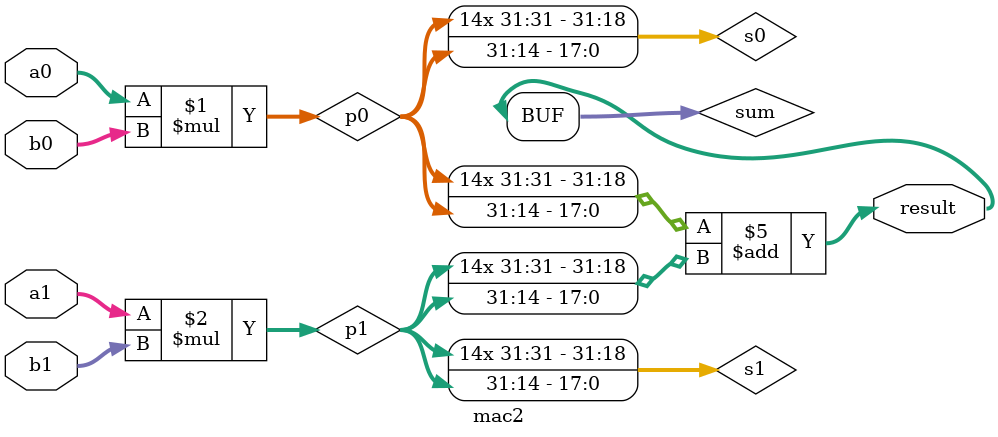
<source format=sv>
module mac2 #(
    parameter DATA_WIDTH = 16
)(
    input  logic signed [DATA_WIDTH-1:0] a0, b0,
    input  logic signed [DATA_WIDTH-1:0] a1, b1,
    output logic signed [(DATA_WIDTH*2)-1:0] result  // Q4.12
);

    localparam RESULT_WIDTH = 2*DATA_WIDTH;

    // Internal products: Q6.26
    logic signed [RESULT_WIDTH-1:0] p0, p1;
    assign p0 = a0 * b0;
    assign p1 = a1 * b1;

    // Shifted to Q4.12
    logic signed [RESULT_WIDTH-1:0] s0, s1;
    assign s0 = p0 >>> 14;
    assign s1 = p1 >>> 14;

    // Accumulate
    logic signed [RESULT_WIDTH-1:0] sum;
    assign sum = s0 + s1;

    // Final output - lower 16 bits contain Q4.12, returning 32-bit
    // value to account for any possible overflow
    assign result = sum[RESULT_WIDTH-1:0];

endmodule

</source>
